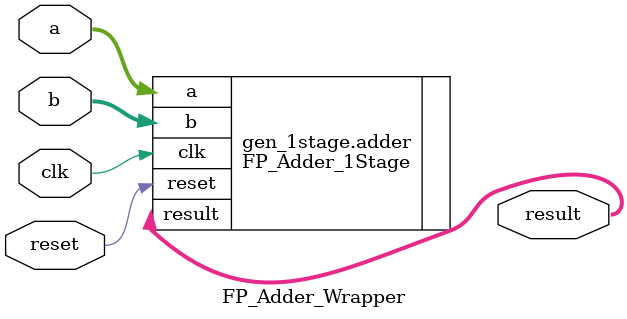
<source format=sv>
module FP_Adder_Wrapper #(
    parameter STAGES = 1  // 1, 2, 3, or 4 stages
) (
    input clk,
    input reset,
    input [31:0] a,
    input [31:0] b,
    output [31:0] result
);

generate
    if (STAGES == 1) begin : gen_1stage
        FP_Adder_1Stage adder (
            .clk(clk),
            .reset(reset),
            .a(a),
            .b(b),
            .result(result)
        );
    end else if (STAGES == 2) begin : gen_2stage
        FP_Adder_2Stage adder (
            .clk(clk),
            .reset(reset),
            .a(a),
            .b(b),
            .result(result)
        );
    end else if (STAGES == 3) begin : gen_3stage
        FP_Adder_3Stage adder (
            .clk(clk),
            .reset(reset),
            .a(a),
            .b(b),
            .result(result)
        );
    end else if (STAGES == 4) begin : gen_4stage
        FP_Adder_4Stage adder (
            .clk(clk),
            .reset(reset),
            .a(a),
            .b(b),
            .result(result)
        );
    end else begin : gen_error
        // Unsupported stage count - generate compile error
        initial begin
            $error("Unsupported STAGES parameter: %d. Must be 1, 2, 3, or 4.", STAGES);
        end
    end
endgenerate

endmodule
</source>
